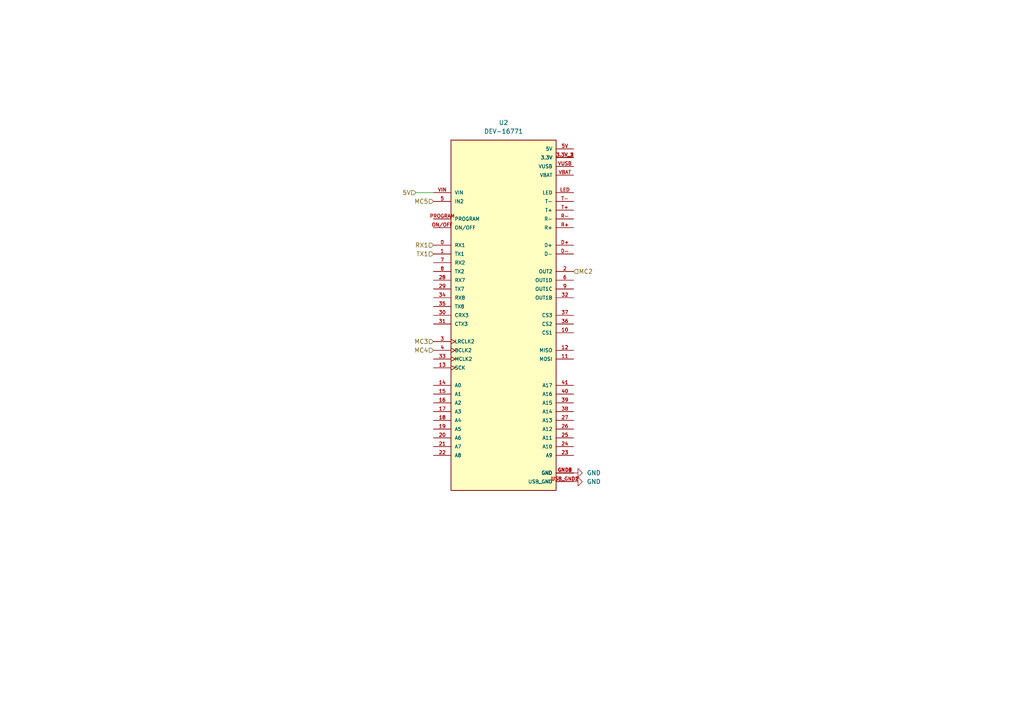
<source format=kicad_sch>
(kicad_sch (version 20211123) (generator eeschema)
  (paper "A4")
  (lib_symbols
    (symbol "DEV-16771:DEV-16771" (pin_names (offset 1.016))
      (property "Reference" "U" (at -15.24 52.07 0))
      (property "Value" "DEV-16771" (at -15.24 -53.34 0))
      (symbol "DEV-16771_0_0"
        (rectangle (start -15.24 -50.8) (end 15.24 50.8) (stroke (width 0.254)) (fill (type background)))
        (pin bidirectional line (at -20.32 20.32 0) (length 5.08) (name "RX1") (number "0"))
        (pin bidirectional line (at -20.32 17.78 0) (length 5.08) (name "TX1") (number "1"))
        (pin bidirectional line (at 20.32 -5.08 180) (length 5.08) (name "CS1") (number "10"))
        (pin bidirectional line (at 20.32 -12.7 180) (length 5.08) (name "MOSI") (number "11"))
        (pin bidirectional line (at 20.32 -10.16 180) (length 5.08) (name "MISO") (number "12"))
        (pin bidirectional clock (at -20.32 -15.24 0) (length 5.08) (name "SCK") (number "13"))
        (pin bidirectional line (at -20.32 -20.32 0) (length 5.08) (name "A0") (number "14"))
        (pin bidirectional line (at -20.32 -22.86 0) (length 5.08) (name "A1") (number "15"))
        (pin bidirectional line (at -20.32 -25.4 0) (length 5.08) (name "A2") (number "16"))
        (pin bidirectional line (at -20.32 -27.94 0) (length 5.08) (name "A3") (number "17"))
        (pin bidirectional line (at -20.32 -30.48 0) (length 5.08) (name "A4") (number "18"))
        (pin bidirectional line (at -20.32 -33.02 0) (length 5.08) (name "A5") (number "19"))
        (pin output line (at 20.32 12.7 180) (length 5.08) (name "OUT2") (number "2"))
        (pin bidirectional line (at -20.32 -35.56 0) (length 5.08) (name "A6") (number "20"))
        (pin bidirectional line (at -20.32 -38.1 0) (length 5.08) (name "A7") (number "21"))
        (pin bidirectional line (at -20.32 -40.64 0) (length 5.08) (name "A8") (number "22"))
        (pin bidirectional line (at 20.32 -40.64 180) (length 5.08) (name "A9") (number "23"))
        (pin bidirectional line (at 20.32 -38.1 180) (length 5.08) (name "A10") (number "24"))
        (pin bidirectional line (at 20.32 -35.56 180) (length 5.08) (name "A11") (number "25"))
        (pin bidirectional line (at 20.32 -33.02 180) (length 5.08) (name "A12") (number "26"))
        (pin bidirectional line (at 20.32 -30.48 180) (length 5.08) (name "A13") (number "27"))
        (pin bidirectional line (at -20.32 10.16 0) (length 5.08) (name "RX7") (number "28"))
        (pin bidirectional line (at -20.32 7.62 0) (length 5.08) (name "TX7") (number "29"))
        (pin bidirectional clock (at -20.32 -7.62 0) (length 5.08) (name "LRCLK2") (number "3"))
        (pin power_in line (at 20.32 45.72 180) (length 5.08) (name "3.3V") (number "3.3V_1"))
        (pin power_in line (at 20.32 45.72 180) (length 5.08) (name "3.3V") (number "3.3V_2"))
        (pin power_in line (at 20.32 45.72 180) (length 5.08) (name "3.3V") (number "3.3V_3"))
        (pin bidirectional line (at -20.32 0 0) (length 5.08) (name "CRX3") (number "30"))
        (pin bidirectional line (at -20.32 -2.54 0) (length 5.08) (name "CTX3") (number "31"))
        (pin output line (at 20.32 5.08 180) (length 5.08) (name "OUT1B") (number "32"))
        (pin bidirectional clock (at -20.32 -12.7 0) (length 5.08) (name "MCLK2") (number "33"))
        (pin bidirectional line (at -20.32 5.08 0) (length 5.08) (name "RX8") (number "34"))
        (pin bidirectional line (at -20.32 2.54 0) (length 5.08) (name "TX8") (number "35"))
        (pin bidirectional line (at 20.32 -2.54 180) (length 5.08) (name "CS2") (number "36"))
        (pin bidirectional line (at 20.32 0 180) (length 5.08) (name "CS3") (number "37"))
        (pin bidirectional line (at 20.32 -27.94 180) (length 5.08) (name "A14") (number "38"))
        (pin bidirectional line (at 20.32 -25.4 180) (length 5.08) (name "A15") (number "39"))
        (pin bidirectional clock (at -20.32 -10.16 0) (length 5.08) (name "BCLK2") (number "4"))
        (pin bidirectional line (at 20.32 -22.86 180) (length 5.08) (name "A16") (number "40"))
        (pin bidirectional line (at 20.32 -20.32 180) (length 5.08) (name "A17") (number "41"))
        (pin bidirectional line (at -20.32 33.02 0) (length 5.08) (name "IN2") (number "5"))
        (pin power_in line (at 20.32 48.26 180) (length 5.08) (name "5V") (number "5V"))
        (pin output line (at 20.32 10.16 180) (length 5.08) (name "OUT1D") (number "6"))
        (pin bidirectional line (at -20.32 15.24 0) (length 5.08) (name "RX2") (number "7"))
        (pin bidirectional line (at -20.32 12.7 0) (length 5.08) (name "TX2") (number "8"))
        (pin output line (at 20.32 7.62 180) (length 5.08) (name "OUT1C") (number "9"))
        (pin bidirectional line (at 20.32 20.32 180) (length 5.08) (name "D+") (number "D+"))
        (pin bidirectional line (at 20.32 17.78 180) (length 5.08) (name "D-") (number "D-"))
        (pin power_in line (at 20.32 -45.72 180) (length 5.08) (name "GND") (number "GND1"))
        (pin power_in line (at 20.32 -45.72 180) (length 5.08) (name "GND") (number "GND2"))
        (pin power_in line (at 20.32 -45.72 180) (length 5.08) (name "GND") (number "GND3"))
        (pin power_in line (at 20.32 -45.72 180) (length 5.08) (name "GND") (number "GND4"))
        (pin power_in line (at 20.32 -45.72 180) (length 5.08) (name "GND") (number "GND5"))
        (pin bidirectional line (at 20.32 35.56 180) (length 5.08) (name "LED") (number "LED"))
        (pin bidirectional line (at -20.32 25.4 0) (length 5.08) (name "ON/OFF") (number "ON/OFF"))
        (pin bidirectional line (at -20.32 27.94 0) (length 5.08) (name "PROGRAM") (number "PROGRAM"))
        (pin bidirectional line (at 20.32 25.4 180) (length 5.08) (name "R+") (number "R+"))
        (pin bidirectional line (at 20.32 27.94 180) (length 5.08) (name "R-") (number "R-"))
        (pin bidirectional line (at 20.32 30.48 180) (length 5.08) (name "T+") (number "T+"))
        (pin bidirectional line (at 20.32 33.02 180) (length 5.08) (name "T-") (number "T-"))
        (pin power_in line (at 20.32 -48.26 180) (length 5.08) (name "USB_GND") (number "USB_GND1"))
        (pin power_in line (at 20.32 -48.26 180) (length 5.08) (name "USB_GND") (number "USB_GND2"))
        (pin passive line (at 20.32 40.64 180) (length 5.08) (name "VBAT") (number "VBAT"))
        (pin input line (at -20.32 35.56 0) (length 5.08) (name "VIN") (number "VIN"))
        (pin passive line (at 20.32 43.18 180) (length 5.08) (name "VUSB") (number "VUSB"))
      )
    )
    (symbol "power:GND" (power) (pin_names (offset 0))
      (property "Value" "GND" (at 0 -3.81 0))
      (symbol "GND_0_1"
        (polyline (pts (xy 0 0) (xy 0 -1.27) (xy 1.27 -1.27) (xy 0 -2.54) (xy -1.27 -1.27) (xy 0 -1.27)))
      )
      (symbol "GND_1_1"
        (pin power_in line (at 0 0 270) (length 0) hide (name "GND") (number "1"))
      )
    )
  )
  (wire (pts (xy 120.65 55.88) (xy 125.73 55.88)))
  (hierarchical_label "TX1" (shape input) (at 125.73 73.66 180))
  (hierarchical_label "5V" (shape input) (at 120.65 55.88 180))
  (hierarchical_label "MC3" (shape input) (at 125.73 99.06 180))
  (hierarchical_label "MC4" (shape input) (at 125.73 101.6 180))
  (hierarchical_label "MC5" (shape input) (at 125.73 58.42 180))
  (hierarchical_label "RX1" (shape input) (at 125.73 71.12 180))
  (hierarchical_label "MC2" (shape input) (at 166.37 78.74 0))
  (symbol (lib_id "power:GND") (at 166.37 139.7 90) (unit 1)
    (property "Reference" "#PWR0107" (effects hide))
    (property "Value" "GND" (at 170.18 139.6999 90) (effects (justify right)))
  )
  (symbol (lib_id "DEV-16771:DEV-16771") (at 146.05 91.44 0) (unit 1)
    (property "Reference" "U2" (at 146.05 35.56 0))
    (property "Value" "DEV-16771" (at 146.05 38.1 0))
    (property "Footprint" "MODULE_DEV-16771" (effects hide))
    (property "PARTREV" "4.1" (effects hide))
    (property "MANUFACTURER" "SparkFun Electronics" (effects hide))
    (property "STANDARD" "Manufacturer recommendations" (effects hide))
    (property "MAXIMUM_PACKAGE_HEIGHT" "4.07mm" (effects hide))
  )
  (symbol (lib_id "power:GND") (at 166.37 137.16 90) (unit 1)
    (property "Reference" "#PWR0108" (effects hide))
    (property "Value" "GND" (at 170.18 137.1599 90) (effects (justify right)))
  )
)
</source>
